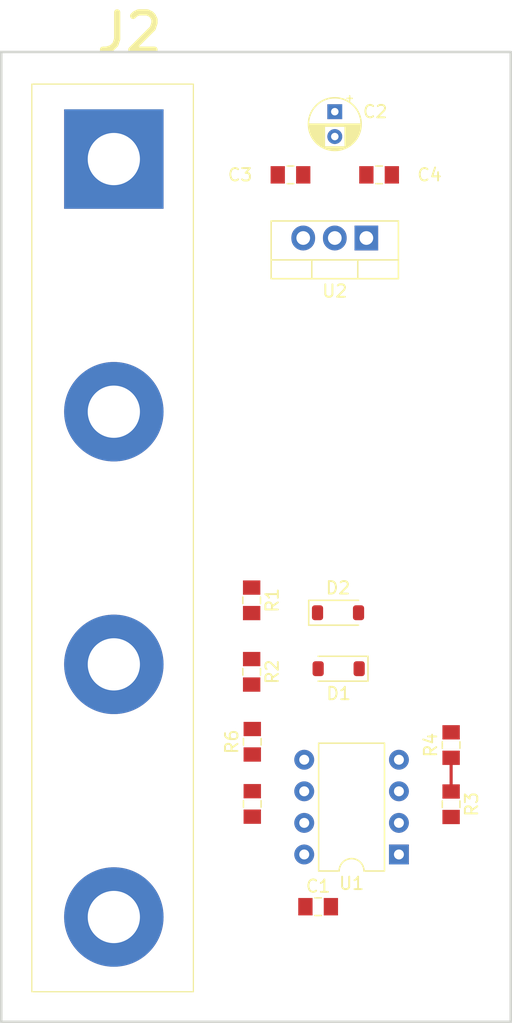
<source format=kicad_pcb>
(kicad_pcb (version 20221018) (generator pcbnew)
  (layers (0 "F.Cu" signal) (31 "B.Cu" signal) (34 "B.Paste" user) (35 "F.Paste" user) (36 "B.SilkS" user "B.Silkscreen") (37 "F.SilkS" user "F.Silkscreen") (38 "B.Mask" user) (39 "F.Mask" user) (44 "Edge.Cuts" user))
  (net 0 "")
  (net 1 "/IN")
  (net 2 "GND")
  (net 3 "+3.3V")
  (net 4 "/OUT1")
  (net 5 "Net-(D1-A)")
  (net 6 "Net-(U1A-+)")
  (net 7 "Net-(U1B--)")
  (net 8 "/OUT2")
  (footprint "EmpreinteCIFAM:R_0805_2012Metric_Pad1.15x1.40mm_HandSolder" (layer "F.Cu") (at 110.15 90.1 -90)
    (fp_text reference "R1" (at 0 -1.65 90) (layer "F.SilkS"))
    (fp_text value "100k")
    (fp_line (start -0.261252 -0.71) (end 0.261252 -0.71) (stroke (width 0.12)) (layer "F.SilkS"))
    (fp_line (start -0.261252 0.71) (end 0.261252 0.71) (stroke (width 0.12)) (layer "F.SilkS"))
    (pad "1" smd rect (at -1.025 0 270) (size 1.15 1.4) (layers "F.Cu" "F.Paste" "F.Mask") (net 1 "/IN"))
    (pad "2" smd rect (at 1.025 0 270) (size 1.15 1.4) (layers "F.Cu" "F.Paste" "F.Mask") (net 5 "Net-(D1-A)"))
  )
  (footprint "EmpreinteCIFAM:R_0805_2012Metric_Pad1.15x1.40mm_HandSolder" (layer "F.Cu") (at 126.2 106.5 -90)
    (fp_text reference "R3" (at 0 -1.65 90) (layer "F.SilkS"))
    (fp_text value "10k")
    (fp_line (start -0.261252 -0.71) (end 0.261252 -0.71) (stroke (width 0.12)) (layer "F.SilkS"))
    (fp_line (start -0.261252 0.71) (end 0.261252 0.71) (stroke (width 0.12)) (layer "F.SilkS"))
    (pad "1" smd rect (at -1.025 0 270) (size 1.15 1.4) (layers "F.Cu" "F.Paste" "F.Mask") (net 6 "Net-(U1A-+)"))
    (pad "2" smd rect (at 1.025 0 270) (size 1.15 1.4) (layers "F.Cu" "F.Paste" "F.Mask") (net 3 "+3.3V"))
  )
  (footprint "EmpreinteCIFAM:R_0805_2012Metric_Pad1.15x1.40mm_HandSolder" (layer "F.Cu") (at 110.15 95.85 -90)
    (fp_text reference "R2" (at 0 -1.65 90) (layer "F.SilkS"))
    (fp_text value "39k")
    (fp_line (start -0.261252 -0.71) (end 0.261252 -0.71) (stroke (width 0.12)) (layer "F.SilkS"))
    (fp_line (start -0.261252 0.71) (end 0.261252 0.71) (stroke (width 0.12)) (layer "F.SilkS"))
    (pad "1" smd rect (at -1.025 0 270) (size 1.15 1.4) (layers "F.Cu" "F.Paste" "F.Mask") (net 5 "Net-(D1-A)"))
    (pad "2" smd rect (at 1.025 0 270) (size 1.15 1.4) (layers "F.Cu" "F.Paste" "F.Mask") (net 2 "GND"))
  )
  (footprint "EmpreinteCIFAM:R_0805_2012Metric_Pad1.15x1.40mm_HandSolder" (layer "F.Cu") (at 110.2 106.475 -90)
    (fp_text reference "R5" hide)
    (fp_text value "10k")
    (fp_line (start -0.261252 -0.71) (end 0.261252 -0.71) (stroke (width 0.12)) (layer "F.SilkS"))
    (fp_line (start -0.261252 0.71) (end 0.261252 0.71) (stroke (width 0.12)) (layer "F.SilkS"))
    (pad "1" smd rect (at -1.025 0 270) (size 1.15 1.4) (layers "F.Cu" "F.Paste" "F.Mask") (net 7 "Net-(U1B--)"))
    (pad "2" smd rect (at 1.025 0 270) (size 1.15 1.4) (layers "F.Cu" "F.Paste" "F.Mask") (net 3 "+3.3V"))
  )
  (footprint "EmpreinteCIFAM:R_0805_2012Metric_Pad1.15x1.40mm_HandSolder" (layer "F.Cu") (at 126.2 101.74 90)
    (fp_text reference "R4" (at 0 -1.65 90) (layer "F.SilkS"))
    (fp_text value "5700")
    (fp_line (start -0.261252 -0.71) (end 0.261252 -0.71) (stroke (width 0.12)) (layer "F.SilkS"))
    (fp_line (start -0.261252 0.71) (end 0.261252 0.71) (stroke (width 0.12)) (layer "F.SilkS"))
    (pad "1" smd rect (at -1.025 0 90) (size 1.15 1.4) (layers "F.Cu" "F.Paste" "F.Mask") (net 6 "Net-(U1A-+)"))
    (pad "2" smd rect (at 1.025 0 90) (size 1.15 1.4) (layers "F.Cu" "F.Paste" "F.Mask") (net 2 "GND"))
  )
  (footprint "EmpreinteCIFAM:Connector_1x04_P2.54mm_Vertical" (layer "F.Cu") (at 124.46 68.58)
    (fp_text reference "J2" (at -24.13 -24.13) (layer "F.SilkS") (effects (font (size 3 3) (thickness 0.5))))
    (fp_text value "Conn_01x04" hide)
    (fp_rect (start -32 -20) (end -19 53) (stroke (width 0.1)) (fill none) (layer "F.SilkS"))
    (pad "1" thru_hole rect (at -25.4 -13.97) (size 8 8) (drill 4.2) (layers "*.Cu" "*.Mask") (net 1 "/IN"))
    (pad "2" thru_hole oval (at -25.4 6.35) (size 8 8) (drill 4.2) (layers "*.Cu" "*.Mask") (net 4 "/OUT1"))
    (pad "3" thru_hole oval (at -25.4 26.67) (size 8 8) (drill 4.2) (layers "*.Cu" "*.Mask") (net 8 "/OUT2"))
    (pad "4" thru_hole oval (at -25.4 46.99) (size 8 8) (drill 4.2) (layers "*.Cu" "*.Mask") (net 2 "GND"))
  )
  (footprint "EmpreinteCIFAM:R_0805_2012Metric_Pad1.15x1.40mm_HandSolder" (layer "F.Cu") (at 110.2 101.475 90)
    (fp_text reference "R6" (at 0 -1.65 90) (layer "F.SilkS"))
    (fp_text value "17.5K")
    (fp_line (start -0.261252 -0.71) (end 0.261252 -0.71) (stroke (width 0.12)) (layer "F.SilkS"))
    (fp_line (start -0.261252 0.71) (end 0.261252 0.71) (stroke (width 0.12)) (layer "F.SilkS"))
    (pad "1" smd rect (at -1.025 0 90) (size 1.15 1.4) (layers "F.Cu" "F.Paste" "F.Mask") (net 7 "Net-(U1B--)"))
    (pad "2" smd rect (at 1.025 0 90) (size 1.15 1.4) (layers "F.Cu" "F.Paste" "F.Mask") (net 2 "GND"))
  )
  (footprint "EmpreinteCIFAM:C_0805_2012Metric_Pad1.15x1.40mm_HandSolder" (layer "F.Cu") (at 115.5 114.74)
    (fp_text reference "C1" (at 0 -1.65) (layer "F.SilkS"))
    (fp_text value "100nF")
    (fp_line (start -0.261252 -0.71) (end 0.261252 -0.71) (stroke (width 0.12)) (layer "F.SilkS"))
    (fp_line (start -0.261252 0.71) (end 0.261252 0.71) (stroke (width 0.12)) (layer "F.SilkS"))
    (pad "1" smd rect (at -1.025 0) (size 1.15 1.4) (layers "F.Cu" "F.Paste" "F.Mask") (net 3 "+3.3V"))
    (pad "2" smd rect (at 1.025 0) (size 1.15 1.4) (layers "F.Cu" "F.Paste" "F.Mask") (net 2 "GND"))
  )
  (footprint "Package_DIP:DIP-8_W7.62mm" (layer "F.Cu") (at 122 110.54 180)
    (fp_text reference "U1" (at 3.81 -2.33) (layer "F.SilkS"))
    (fp_text value "LM393")
    (fp_line (start 1.16 -1.33) (end 1.16 8.95) (stroke (width 0.12)) (layer "F.SilkS"))
    (fp_line (start 1.16 8.95) (end 6.46 8.95) (stroke (width 0.12)) (layer "F.SilkS"))
    (fp_line (start 2.81 -1.33) (end 1.16 -1.33) (stroke (width 0.12)) (layer "F.SilkS"))
    (fp_line (start 6.46 -1.33) (end 4.81 -1.33) (stroke (width 0.12)) (layer "F.SilkS"))
    (fp_line (start 6.46 8.95) (end 6.46 -1.33) (stroke (width 0.12)) (layer "F.SilkS"))
    (fp_arc (start 4.81 -1.33) (mid 3.81 -0.33) (end 2.81 -1.33) (stroke (width 0.12)) (layer "F.SilkS"))
    (pad "1" thru_hole rect (at 0 0 180) (size 1.6 1.6) (drill 0.8) (layers "*.Cu" "*.Mask") (net 4 "/OUT1"))
    (pad "2" thru_hole oval (at 0 2.54 180) (size 1.6 1.6) (drill 0.8) (layers "*.Cu" "*.Mask") (net 5 "Net-(D1-A)"))
    (pad "3" thru_hole oval (at 0 5.08 180) (size 1.6 1.6) (drill 0.8) (layers "*.Cu" "*.Mask") (net 6 "Net-(U1A-+)"))
    (pad "4" thru_hole oval (at 0 7.62 180) (size 1.6 1.6) (drill 0.8) (layers "*.Cu" "*.Mask") (net 2 "GND"))
    (pad "5" thru_hole oval (at 7.62 7.62 180) (size 1.6 1.6) (drill 0.8) (layers "*.Cu" "*.Mask") (net 5 "Net-(D1-A)"))
    (pad "6" thru_hole oval (at 7.62 5.08 180) (size 1.6 1.6) (drill 0.8) (layers "*.Cu" "*.Mask") (net 7 "Net-(U1B--)"))
    (pad "7" thru_hole oval (at 7.62 2.54 180) (size 1.6 1.6) (drill 0.8) (layers "*.Cu" "*.Mask") (net 8 "/OUT2"))
    (pad "8" thru_hole oval (at 7.62 0 180) (size 1.6 1.6) (drill 0.8) (layers "*.Cu" "*.Mask") (net 3 "+3.3V"))
  )
  (footprint "EmpreinteCIFAM:C_0805_2012Metric_Pad1.15x1.40mm_HandSolder" (layer "F.Cu") (at 120.405 55.88)
    (fp_text reference "C4" (at 4.055 0) (layer "F.SilkS"))
    (fp_text value "330nF")
    (fp_line (start -0.261252 -0.71) (end 0.261252 -0.71) (stroke (width 0.12)) (layer "F.SilkS"))
    (fp_line (start -0.261252 0.71) (end 0.261252 0.71) (stroke (width 0.12)) (layer "F.SilkS"))
    (pad "1" smd rect (at -1.025 0) (size 1.15 1.4) (layers "F.Cu" "F.Paste" "F.Mask") (net 2 "GND"))
    (pad "2" smd rect (at 1.025 0) (size 1.15 1.4) (layers "F.Cu" "F.Paste" "F.Mask") (net 3 "+3.3V"))
  )
  (footprint "Capacitor_THT:CP_Radial_D4.0mm_P2.00mm" (layer "F.Cu") (at 116.84 50.8 -90)
    (fp_text reference "C2" (at 0 -3.25 -180) (layer "F.SilkS"))
    (fp_text value "10uF")
    (fp_line (start -1.269801 -1.195) (end -0.869801 -1.195) (stroke (width 0.12)) (layer "F.SilkS"))
    (fp_line (start -1.069801 -1.395) (end -1.069801 -0.995) (stroke (width 0.12)) (layer "F.SilkS"))
    (fp_line (start 1 -2.08) (end 1 2.08) (stroke (width 0.12)) (layer "F.SilkS"))
    (fp_line (start 1.04 -2.08) (end 1.04 2.08) (stroke (width 0.12)) (layer "F.SilkS"))
    (fp_line (start 1.08 -2.079) (end 1.08 2.079) (stroke (width 0.12)) (layer "F.SilkS"))
    (fp_line (start 1.12 -2.077) (end 1.12 2.077) (stroke (width 0.12)) (layer "F.SilkS"))
    (fp_line (start 1.16 -2.074) (end 1.16 2.074) (stroke (width 0.12)) (layer "F.SilkS"))
    (fp_line (start 1.2 -2.071) (end 1.2 -0.84) (stroke (width 0.12)) (layer "F.SilkS"))
    (fp_line (start 1.2 0.84) (end 1.2 2.071) (stroke (width 0.12)) (layer "F.SilkS"))
    (fp_line (start 1.24 -2.067) (end 1.24 -0.84) (stroke (width 0.12)) (layer "F.SilkS"))
    (fp_line (start 1.24 0.84) (end 1.24 2.067) (stroke (width 0.12)) (layer "F.SilkS"))
    (fp_line (start 1.28 -2.062) (end 1.28 -0.84) (stroke (width 0.12)) (layer "F.SilkS"))
    (fp_line (start 1.28 0.84) (end 1.28 2.062) (stroke (width 0.12)) (layer "F.SilkS"))
    (fp_line (start 1.32 -2.056) (end 1.32 -0.84) (stroke (width 0.12)) (layer "F.SilkS"))
    (fp_line (start 1.32 0.84) (end 1.32 2.056) (stroke (width 0.12)) (layer "F.SilkS"))
    (fp_line (start 1.36 -2.05) (end 1.36 -0.84) (stroke (width 0.12)) (layer "F.SilkS"))
    (fp_line (start 1.36 0.84) (end 1.36 2.05) (stroke (width 0.12)) (layer "F.SilkS"))
    (fp_line (start 1.4 -2.042) (end 1.4 -0.84) (stroke (width 0.12)) (layer "F.SilkS"))
    (fp_line (start 1.4 0.84) (end 1.4 2.042) (stroke (width 0.12)) (layer "F.SilkS"))
    (fp_line (start 1.44 -2.034) (end 1.44 -0.84) (stroke (width 0.12)) (layer "F.SilkS"))
    (fp_line (start 1.44 0.84) (end 1.44 2.034) (stroke (width 0.12)) (layer "F.SilkS"))
    (fp_line (start 1.48 -2.025) (end 1.48 -0.84) (stroke (width 0.12)) (layer "F.SilkS"))
    (fp_line (start 1.48 0.84) (end 1.48 2.025) (stroke (width 0.12)) (layer "F.SilkS"))
    (fp_line (start 1.52 -2.016) (end 1.52 -0.84) (stroke (width 0.12)) (layer "F.SilkS"))
    (fp_line (start 1.52 0.84) (end 1.52 2.016) (stroke (width 0.12)) (layer "F.SilkS"))
    (fp_line (start 1.56 -2.005) (end 1.56 -0.84) (stroke (width 0.12)) (layer "F.SilkS"))
    (fp_line (start 1.56 0.84) (end 1.56 2.005) (stroke (width 0.12)) (layer "F.SilkS"))
    (fp_line (start 1.6 -1.994) (end 1.6 -0.84) (stroke (width 0.12)) (layer "F.SilkS"))
    (fp_line (start 1.6 0.84) (end 1.6 1.994) (stroke (width 0.12)) (layer "F.SilkS"))
    (fp_line (start 1.64 -1.982) (end 1.64 -0.84) (stroke (width 0.12)) (layer "F.SilkS"))
    (fp_line (start 1.64 0.84) (end 1.64 1.982) (stroke (width 0.12)) (layer "F.SilkS"))
    (fp_line (start 1.68 -1.968) (end 1.68 -0.84) (stroke (width 0.12)) (layer "F.SilkS"))
    (fp_line (start 1.68 0.84) (end 1.68 1.968) (stroke (width 0.12)) (layer "F.SilkS"))
    (fp_line (start 1.721 -1.954) (end 1.721 -0.84) (stroke (width 0.12)) (layer "F.SilkS"))
    (fp_line (start 1.721 0.84) (end 1.721 1.954) (stroke (width 0.12)) (layer "F.SilkS"))
    (fp_line (start 1.761 -1.94) (end 1.761 -0.84) (stroke (width 0.12)) (layer "F.SilkS"))
    (fp_line (start 1.761 0.84) (end 1.761 1.94) (stroke (width 0.12)) (layer "F.SilkS"))
    (fp_line (start 1.801 -1.924) (end 1.801 -0.84) (stroke (width 0.12)) (layer "F.SilkS"))
    (fp_line (start 1.801 0.84) (end 1.801 1.924) (stroke (width 0.12)) (layer "F.SilkS"))
    (fp_line (start 1.841 -1.907) (end 1.841 -0.84) (stroke (width 0.12)) (layer "F.SilkS"))
    (fp_line (start 1.841 0.84) (end 1.841 1.907) (stroke (width 0.12)) (layer "F.SilkS"))
    (fp_line (start 1.881 -1.889) (end 1.881 -0.84) (stroke (width 0.12)) (layer "F.SilkS"))
    (fp_line (start 1.881 0.84) (end 1.881 1.889) (stroke (width 0.12)) (layer "F.SilkS"))
    (fp_line (start 1.921 -1.87) (end 1.921 -0.84) (stroke (width 0.12)) (layer "F.SilkS"))
    (fp_line (start 1.921 0.84) (end 1.921 1.87) (stroke (width 0.12)) (layer "F.SilkS"))
    (fp_line (start 1.961 -1.851) (end 1.961 -0.84) (stroke (width 0.12)) (layer "F.SilkS"))
    (fp_line (start 1.961 0.84) (end 1.961 1.851) (stroke (width 0.12)) (layer "F.SilkS"))
    (fp_line (start 2.001 -1.83) (end 2.001 -0.84) (stroke (width 0.12)) (layer "F.SilkS"))
    (fp_line (start 2.001 0.84) (end 2.001 1.83) (stroke (width 0.12)) (layer "F.SilkS"))
    (fp_line (start 2.041 -1.808) (end 2.041 -0.84) (stroke (width 0.12)) (layer "F.SilkS"))
    (fp_line (start 2.041 0.84) (end 2.041 1.808) (stroke (width 0.12)) (layer "F.SilkS"))
    (fp_line (start 2.081 -1.785) (end 2.081 -0.84) (stroke (width 0.12)) (layer "F.SilkS"))
    (fp_line (start 2.081 0.84) (end 2.081 1.785) (stroke (width 0.12)) (layer "F.SilkS"))
    (fp_line (start 2.121 -1.76) (end 2.121 -0.84) (stroke (width 0.12)) (layer "F.SilkS"))
    (fp_line (start 2.121 0.84) (end 2.121 1.76) (stroke (width 0.12)) (layer "F.SilkS"))
    (fp_line (start 2.161 -1.735) (end 2.161 -0.84) (stroke (width 0.12)) (layer "F.SilkS"))
    (fp_line (start 2.161 0.84) (end 2.161 1.735) (stroke (width 0.12)) (layer "F.SilkS"))
    (fp_line (start 2.201 -1.708) (end 2.201 -0.84) (stroke (width 0.12)) (layer "F.SilkS"))
    (fp_line (start 2.201 0.84) (end 2.201 1.708) (stroke (width 0.12)) (layer "F.SilkS"))
    (fp_line (start 2.241 -1.68) (end 2.241 -0.84) (stroke (width 0.12)) (layer "F.SilkS"))
    (fp_line (start 2.241 0.84) (end 2.241 1.68) (stroke (width 0.12)) (layer "F.SilkS"))
    (fp_line (start 2.281 -1.65) (end 2.281 -0.84) (stroke (width 0.12)) (layer "F.SilkS"))
    (fp_line (start 2.281 0.84) (end 2.281 1.65) (stroke (width 0.12)) (layer "F.SilkS"))
    (fp_line (start 2.321 -1.619) (end 2.321 -0.84) (stroke (width 0.12)) (layer "F.SilkS"))
    (fp_line (start 2.321 0.84) (end 2.321 1.619) (stroke (width 0.12)) (layer "F.SilkS"))
    (fp_line (start 2.361 -1.587) (end 2.361 -0.84) (stroke (width 0.12)) (layer "F.SilkS"))
    (fp_line (start 2.361 0.84) (end 2.361 1.587) (stroke (width 0.12)) (layer "F.SilkS"))
    (fp_line (start 2.401 -1.552) (end 2.401 -0.84) (stroke (width 0.12)) (layer "F.SilkS"))
    (fp_line (start 2.401 0.84) (end 2.401 1.552) (stroke (width 0.12)) (layer "F.SilkS"))
    (fp_line (start 2.441 -1.516) (end 2.441 -0.84) (stroke (width 0.12)) (layer "F.SilkS"))
    (fp_line (start 2.441 0.84) (end 2.441 1.516) (stroke (width 0.12)) (layer "F.SilkS"))
    (fp_line (start 2.481 -1.478) (end 2.481 -0.84) (stroke (width 0.12)) (layer "F.SilkS"))
    (fp_line (start 2.481 0.84) (end 2.481 1.478) (stroke (width 0.12)) (layer "F.SilkS"))
    (fp_line (start 2.521 -1.438) (end 2.521 -0.84) (stroke (width 0.12)) (layer "F.SilkS"))
    (fp_line (start 2.521 0.84) (end 2.521 1.438) (stroke (width 0.12)) (layer "F.SilkS"))
    (fp_line (start 2.561 -1.396) (end 2.561 -0.84) (stroke (width 0.12)) (layer "F.SilkS"))
    (fp_line (start 2.561 0.84) (end 2.561 1.396) (stroke (width 0.12)) (layer "F.SilkS"))
    (fp_line (start 2.601 -1.351) (end 2.601 -0.84) (stroke (width 0.12)) (layer "F.SilkS"))
    (fp_line (start 2.601 0.84) (end 2.601 1.351) (stroke (width 0.12)) (layer "F.SilkS"))
    (fp_line (start 2.641 -1.304) (end 2.641 -0.84) (stroke (width 0.12)) (layer "F.SilkS"))
    (fp_line (start 2.641 0.84) (end 2.641 1.304) (stroke (width 0.12)) (layer "F.SilkS"))
    (fp_line (start 2.681 -1.254) (end 2.681 -0.84) (stroke (width 0.12)) (layer "F.SilkS"))
    (fp_line (start 2.681 0.84) (end 2.681 1.254) (stroke (width 0.12)) (layer "F.SilkS"))
    (fp_line (start 2.721 -1.2) (end 2.721 -0.84) (stroke (width 0.12)) (layer "F.SilkS"))
    (fp_line (start 2.721 0.84) (end 2.721 1.2) (stroke (width 0.12)) (layer "F.SilkS"))
    (fp_line (start 2.761 -1.142) (end 2.761 -0.84) (stroke (width 0.12)) (layer "F.SilkS"))
    (fp_line (start 2.761 0.84) (end 2.761 1.142) (stroke (width 0.12)) (layer "F.SilkS"))
    (fp_line (start 2.801 -1.08) (end 2.801 -0.84) (stroke (width 0.12)) (layer "F.SilkS"))
    (fp_line (start 2.801 0.84) (end 2.801 1.08) (stroke (width 0.12)) (layer "F.SilkS"))
    (fp_line (start 2.841 -1.013) (end 2.841 1.013) (stroke (width 0.12)) (layer "F.SilkS"))
    (fp_line (start 2.881 -0.94) (end 2.881 0.94) (stroke (width 0.12)) (layer "F.SilkS"))
    (fp_line (start 2.921 -0.859) (end 2.921 0.859) (stroke (width 0.12)) (layer "F.SilkS"))
    (fp_line (start 2.961 -0.768) (end 2.961 0.768) (stroke (width 0.12)) (layer "F.SilkS"))
    (fp_line (start 3.001 -0.664) (end 3.001 0.664) (stroke (width 0.12)) (layer "F.SilkS"))
    (fp_line (start 3.041 -0.537) (end 3.041 0.537) (stroke (width 0.12)) (layer "F.SilkS"))
    (fp_line (start 3.081 -0.37) (end 3.081 0.37) (stroke (width 0.12)) (layer "F.SilkS"))
    (fp_circle (center 1 0) (end 3.12 0) (stroke (width 0.12)) (fill none) (layer "F.SilkS"))
    (pad "1" thru_hole rect (at 0 0 270) (size 1.2 1.2) (drill 0.6) (layers "*.Cu" "*.Mask") (net 1 "/IN"))
    (pad "2" thru_hole circle (at 2 0 270) (size 1.2 1.2) (drill 0.6) (layers "*.Cu" "*.Mask") (net 2 "GND"))
  )
  (footprint "EmpreinteCIFAM:C_0805_2012Metric_Pad1.15x1.40mm_HandSolder" (layer "F.Cu") (at 113.275 55.88 180)
    (fp_text reference "C3" (at 4.055 0) (layer "F.SilkS"))
    (fp_text value "330nF")
    (fp_line (start -0.261252 -0.71) (end 0.261252 -0.71) (stroke (width 0.12)) (layer "F.SilkS"))
    (fp_line (start -0.261252 0.71) (end 0.261252 0.71) (stroke (width 0.12)) (layer "F.SilkS"))
    (pad "1" smd rect (at -1.025 0 180) (size 1.15 1.4) (layers "F.Cu" "F.Paste" "F.Mask") (net 2 "GND"))
    (pad "2" smd rect (at 1.025 0 180) (size 1.15 1.4) (layers "F.Cu" "F.Paste" "F.Mask") (net 1 "/IN"))
  )
  (footprint "Diode_SMD:D_SOD-123" (layer "F.Cu") (at 117.1 91.1)
    (fp_text reference "D2" (at 0 -2) (layer "F.SilkS"))
    (fp_text value "BAT43W-V")
    (fp_line (start -2.36 -1) (end -2.36 1) (stroke (width 0.12)) (layer "F.SilkS"))
    (fp_line (start -2.36 -1) (end 1.65 -1) (stroke (width 0.12)) (layer "F.SilkS"))
    (fp_line (start -2.36 1) (end 1.65 1) (stroke (width 0.12)) (layer "F.SilkS"))
    (pad "1" smd roundrect (at -1.65 0) (size 0.9 1.2) (layers "F.Cu" "F.Paste" "F.Mask") (net 5 "Net-(D1-A)"))
    (pad "2" smd roundrect (at 1.65 0) (size 0.9 1.2) (layers "F.Cu" "F.Paste" "F.Mask") (net 2 "GND"))
  )
  (footprint "Diode_SMD:D_SOD-123" (layer "F.Cu") (at 117.15 95.6 180)
    (fp_text reference "D1" (at 0 -2) (layer "F.SilkS"))
    (fp_text value "BAT43W-V")
    (fp_line (start -2.36 -1) (end -2.36 1) (stroke (width 0.12)) (layer "F.SilkS"))
    (fp_line (start -2.36 -1) (end 1.65 -1) (stroke (width 0.12)) (layer "F.SilkS"))
    (fp_line (start -2.36 1) (end 1.65 1) (stroke (width 0.12)) (layer "F.SilkS"))
    (pad "1" smd roundrect (at -1.65 0 180) (size 0.9 1.2) (layers "F.Cu" "F.Paste" "F.Mask") (net 3 "+3.3V"))
    (pad "2" smd roundrect (at 1.65 0 180) (size 0.9 1.2) (layers "F.Cu" "F.Paste" "F.Mask") (net 5 "Net-(D1-A)"))
  )
  (footprint "Package_TO_SOT_THT:TO-220-3_Vertical" (layer "F.Cu") (at 119.38 60.96 180)
    (fp_text reference "U2" (at 2.54 -4.27) (layer "F.SilkS"))
    (fp_text value "LF33_TO220")
    (fp_line (start -2.58 -3.27) (end -2.58 1.371) (stroke (width 0.12)) (layer "F.SilkS"))
    (fp_line (start -2.58 -3.27) (end 7.66 -3.27) (stroke (width 0.12)) (layer "F.SilkS"))
    (fp_line (start -2.58 -1.76) (end 7.66 -1.76) (stroke (width 0.12)) (layer "F.SilkS"))
    (fp_line (start -2.58 1.371) (end 7.66 1.371) (stroke (width 0.12)) (layer "F.SilkS"))
    (fp_line (start 0.69 -3.27) (end 0.69 -1.76) (stroke (width 0.12)) (layer "F.SilkS"))
    (fp_line (start 4.391 -3.27) (end 4.391 -1.76) (stroke (width 0.12)) (layer "F.SilkS"))
    (fp_line (start 7.66 -3.27) (end 7.66 1.371) (stroke (width 0.12)) (layer "F.SilkS"))
    (pad "1" thru_hole rect (at 0 0 180) (size 1.905 2) (drill 1.1) (layers "*.Cu" "*.Mask") (net 1 "/IN"))
    (pad "2" thru_hole oval (at 2.54 0 180) (size 1.905 2) (drill 1.1) (layers "*.Cu" "*.Mask") (net 2 "GND"))
    (pad "3" thru_hole oval (at 5.08 0 180) (size 1.905 2) (drill 1.1) (layers "*.Cu" "*.Mask") (net 3 "+3.3V"))
  )
  (gr_rect (start 90 46) (end 131 124) (stroke (width 0.2)) (fill none) (layer "Edge.Cuts"))
  (segment (start 100.33 55.88) (end 99.06 54.61) (width 0.25) (layer "F.Cu") (net 1))
  (segment (start 118.85 91) (end 118.75 91.1) (width 0.25) (layer "F.Cu") (net 2))
  (segment (start 116.84 60.96) (end 116.84 60.16) (width 0.25) (layer "F.Cu") (net 2))
  (segment (start 110.2 96.925) (end 110.15 96.875) (width 0.25) (layer "F.Cu") (net 2))
  (segment (start 114.38 114.645) (end 114.475 114.74) (width 0.25) (layer "F.Cu") (net 3))
  (segment (start 115.45 91.1) (end 115.425 91.125) (width 0.25) (layer "F.Cu") (net 5))
  (segment (start 115.45 95.55) (end 115.5 95.6) (width 0.25) (layer "F.Cu") (net 5))
  (segment (start 122.015 105.475) (end 122 105.46) (width 0.25) (layer "F.Cu") (net 6))
  (segment (start 126.2 105.475) (end 126.2 102.765) (width 0.25) (layer "F.Cu") (net 6))
  (segment (start 114.37 105.45) (end 114.38 105.46) (width 0.25) (layer "F.Cu") (net 7))
)
</source>
